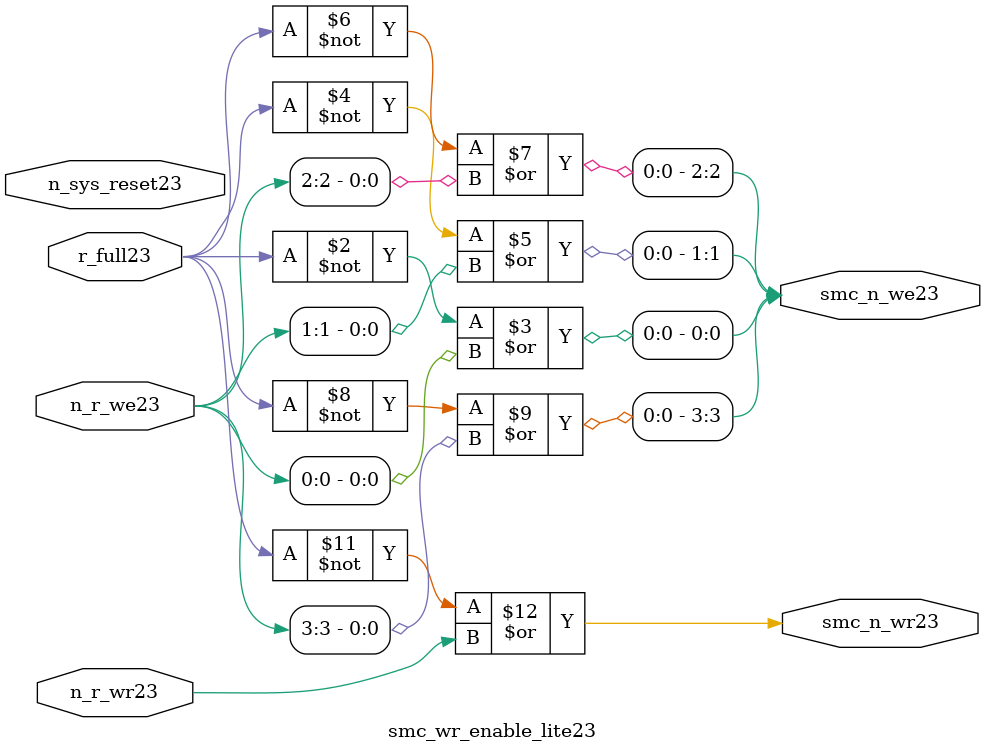
<source format=v>


  module smc_wr_enable_lite23 (

                      //inputs23                      

                      n_sys_reset23,
                      r_full23,
                      n_r_we23,
                      n_r_wr23,

                      //outputs23

                      smc_n_we23,
                      smc_n_wr23);

//I23/O23
   
   input             n_sys_reset23;   //system reset
   input             r_full23;    // Full cycle write strobe23
   input [3:0]       n_r_we23;    //write enable from smc_strobe23
   input             n_r_wr23;    //write strobe23 from smc_strobe23
   output [3:0]      smc_n_we23;  // write enable (active low23)
   output            smc_n_wr23;  // write strobe23 (active low23)
   
   
//output reg declaration23.
   
   reg [3:0]          smc_n_we23;
   reg                smc_n_wr23;

//----------------------------------------------------------------------
// negedge strobes23 with clock23.
//----------------------------------------------------------------------
      

//----------------------------------------------------------------------
      
//--------------------------------------------------------------------
// Gate23 Write strobes23 with clock23.
//--------------------------------------------------------------------

  always @(r_full23 or n_r_we23)
  
  begin
  
     smc_n_we23[0] = ((~r_full23  ) | n_r_we23[0] );

     smc_n_we23[1] = ((~r_full23  ) | n_r_we23[1] );

     smc_n_we23[2] = ((~r_full23  ) | n_r_we23[2] );

     smc_n_we23[3] = ((~r_full23  ) | n_r_we23[3] );

  
  end

//--------------------------------------------------------------------   
//write strobe23 generation23
//--------------------------------------------------------------------   

  always @(n_r_wr23 or r_full23 )
  
     begin
  
        smc_n_wr23 = ((~r_full23 ) | n_r_wr23 );
       
     end

endmodule // smc_wr_enable23


</source>
